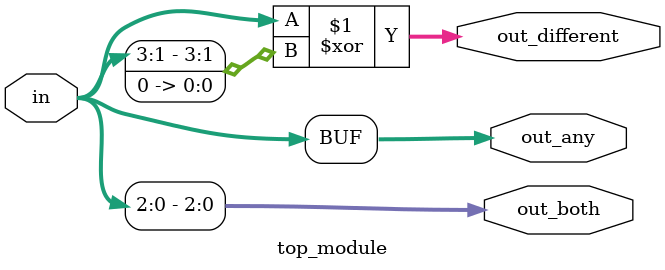
<source format=sv>
module top_module (
    input [3:0] in,
    output [2:0] out_both,
    output [3:0] out_any,
    output [3:0] out_different
);

assign out_both = in[2:0];
assign out_any = {1'b0, in};
assign out_different = in ^ {in[3:1], 1'b0};

endmodule

</source>
